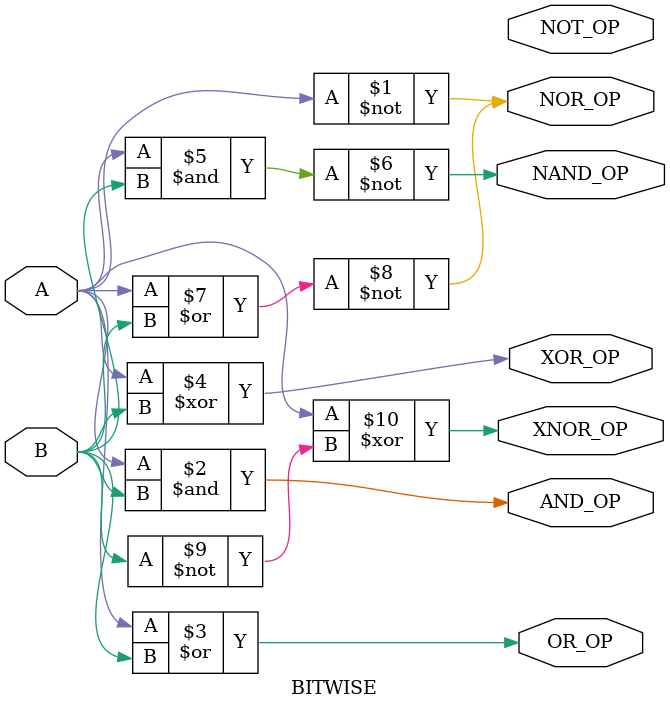
<source format=v>
module BITWISE(A, B, NOT_OP, AND_OP, OR_OP, XOR_OP, NAND_OP, NOR_OP, XNOR_OP);
    input A, B;
    output NOT_OP, AND_OP, OR_OP, XOR_OP, NAND_OP, NOR_OP, XNOR_OP;

    assign NOR_OP = ~A;
    assign AND_OP = A & B;
    assign OR_OP = A | B;
    assign XOR_OP = A ^ B;
    assign NAND_OP = ~(A & B);
    assign NOR_OP = ~(A | B);
    assign XNOR_OP = (A ^ ~B);
endmodule
</source>
